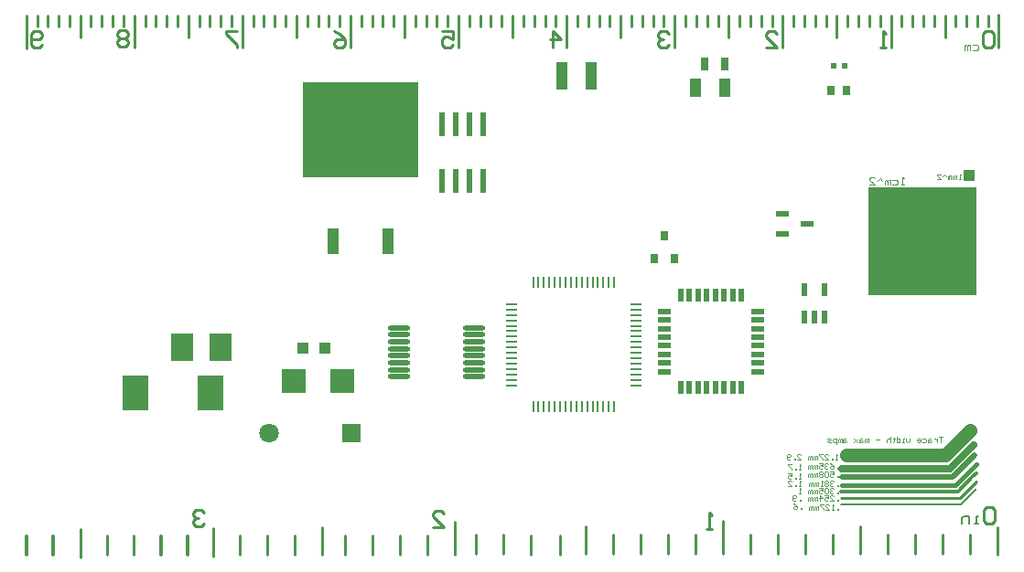
<source format=gbl>
G04 Layer_Physical_Order=2*
G04 Layer_Color=11436288*
%FSLAX24Y24*%
%MOIN*%
G70*
G01*
G75*
%ADD10C,0.0100*%
%ADD762R,0.0709X0.0709*%
%ADD763C,0.0709*%
%ADD764R,0.0200X0.0500*%
%ADD765R,0.0453X0.0236*%
%ADD766R,0.0315X0.0354*%
%ADD767R,0.0945X0.1299*%
%ADD768R,0.0906X0.0906*%
%ADD769O,0.0827X0.0177*%
%ADD770R,0.0787X0.0984*%
%ADD771R,0.0413X0.0945*%
%ADD772R,0.4193X0.3504*%
%ADD773R,0.0394X0.0394*%
%ADD774R,0.0433X0.1024*%
%ADD775R,0.0433X0.0669*%
%ADD776R,0.0240X0.0870*%
%ADD777R,0.0087X0.0394*%
%ADD778R,0.0394X0.0087*%
%ADD779R,0.0315X0.0472*%
%ADD780R,0.0315X0.0354*%
%ADD781R,0.0236X0.0197*%
%ADD782R,0.0500X0.0220*%
%ADD783R,0.0220X0.0500*%
%ADD784C,0.0120*%
%ADD785C,0.0250*%
%ADD786C,0.0200*%
%ADD787C,0.0050*%
%ADD788C,0.0150*%
%ADD789C,0.0500*%
%ADD790C,0.0049*%
%ADD791C,0.0039*%
%ADD792C,0.0070*%
%ADD793R,0.0394X0.0394*%
%ADD794R,0.3937X0.3937*%
D10*
X45244Y10846D02*
X45244Y9843D01*
X44917Y29114D02*
Y29508D01*
X44524Y29114D02*
Y29508D01*
X44130Y29114D02*
Y29508D01*
X43736Y29114D02*
Y29508D01*
X43343Y28720D02*
Y29508D01*
X43244Y9863D02*
Y10563D01*
X42949Y29114D02*
Y29508D01*
X42555Y29114D02*
Y29508D01*
X42244Y9863D02*
Y10563D01*
X42161Y29114D02*
Y29508D01*
X41768Y29114D02*
Y29508D01*
X41244Y9863D02*
Y10563D01*
X41374Y28327D02*
Y29508D01*
X40980Y29114D02*
Y29508D01*
X40193Y29114D02*
Y29508D01*
X40587Y29114D02*
Y29508D01*
X39406Y28720D02*
Y29508D01*
X39799Y29114D02*
Y29508D01*
X39244Y9863D02*
Y10563D01*
X38618Y29114D02*
Y29508D01*
X39012Y29114D02*
Y29508D01*
X38244Y9863D02*
Y10563D01*
X37831Y29114D02*
Y29508D01*
X38224Y29114D02*
Y29508D01*
X37244Y9863D02*
Y10563D01*
X37437Y28327D02*
Y29508D01*
X37043Y29114D02*
Y29508D01*
X36256Y29114D02*
Y29508D01*
X36650Y29114D02*
Y29508D01*
X35469Y28720D02*
Y29508D01*
X35862Y29114D02*
Y29508D01*
X35244Y9863D02*
Y11063D01*
X34681Y29114D02*
Y29508D01*
X35075Y29114D02*
Y29508D01*
X34244Y9863D02*
Y10563D01*
X33894Y29114D02*
Y29508D01*
X34287Y29114D02*
Y29508D01*
X33244Y9863D02*
Y10563D01*
X33500Y28327D02*
Y29508D01*
X33106Y29114D02*
Y29508D01*
X32319Y29114D02*
Y29508D01*
X32713Y29114D02*
Y29508D01*
X31532Y28720D02*
Y29508D01*
X31925Y29114D02*
Y29508D01*
X31244Y9863D02*
Y10563D01*
X30744Y29114D02*
Y29508D01*
X31138Y29114D02*
Y29508D01*
X30244Y9863D02*
Y10563D01*
X29957Y29114D02*
Y29508D01*
X30350Y29114D02*
Y29508D01*
X29169Y29114D02*
Y29508D01*
X28382Y29114D02*
Y29508D01*
X27594Y28720D02*
Y29508D01*
X27244Y9863D02*
Y10563D01*
X26807Y29114D02*
Y29508D01*
X26244Y9863D02*
Y10563D01*
X26020Y29114D02*
Y29508D01*
X25232Y29114D02*
Y29508D01*
X24445Y29114D02*
Y29508D01*
X23264Y29114D02*
Y29508D01*
X23657Y28720D02*
Y29508D01*
X22476Y29114D02*
Y29508D01*
X22870Y29114D02*
Y29508D01*
X22083Y29114D02*
Y29508D01*
X21689Y28327D02*
Y29508D01*
X20902Y29114D02*
Y29508D01*
X21295Y29114D02*
Y29508D01*
X20114Y29114D02*
Y29508D01*
X20508Y29114D02*
Y29508D01*
X19327Y29114D02*
Y29508D01*
X19720Y28720D02*
Y29508D01*
X18539Y29114D02*
Y29508D01*
X18933Y29114D02*
Y29508D01*
X18146Y29114D02*
Y29508D01*
X17752Y28327D02*
Y29508D01*
X16965Y29114D02*
Y29508D01*
X17358Y29114D02*
Y29508D01*
X16177Y29114D02*
Y29508D01*
X16571Y29114D02*
Y29508D01*
X15390Y29114D02*
Y29508D01*
X15783Y28720D02*
Y29508D01*
X14602Y29114D02*
Y29508D01*
X14996Y29114D02*
Y29508D01*
X13815Y28327D02*
Y29508D01*
X14209Y29114D02*
Y29508D01*
X13421Y29114D02*
Y29508D01*
X13028Y29114D02*
Y29508D01*
X12634Y29114D02*
Y29508D01*
X12240Y29114D02*
Y29508D01*
X11846Y28720D02*
Y29508D01*
X43894Y11909D02*
X44484Y12500D01*
X41965Y11909D02*
X42555D01*
X44244Y9863D02*
Y10563D01*
X40244Y9863D02*
Y10863D01*
X36244Y9863D02*
Y10563D01*
X32244Y9863D02*
Y10563D01*
X29563Y28327D02*
Y29508D01*
X27988Y29114D02*
Y29508D01*
X28776Y29114D02*
Y29508D01*
X25626Y28327D02*
Y29508D01*
X26413Y29114D02*
Y29508D01*
X27201Y29114D02*
Y29508D01*
X24839Y29114D02*
Y29508D01*
X24051Y29114D02*
Y29508D01*
X42555Y11909D02*
X43894D01*
X39563D02*
X41965D01*
X10276Y29102D02*
Y29496D01*
X9882Y28315D02*
Y29496D01*
X11063Y29102D02*
Y29496D01*
X10669Y29102D02*
Y29496D01*
X11850Y28709D02*
Y29496D01*
X11457Y29102D02*
Y29496D01*
X45276Y29188D02*
Y29528D01*
X45276Y28339D02*
Y29188D01*
X21492Y9843D02*
Y10543D01*
X25492Y9843D02*
Y11043D01*
X22492Y9843D02*
Y10543D01*
X23492Y9843D02*
Y10543D01*
X24492Y9843D02*
Y10543D01*
X20669Y9843D02*
Y10843D01*
X19669Y9843D02*
Y10543D01*
X17669Y9843D02*
Y10543D01*
X18669Y9843D02*
Y10543D01*
X16701Y9771D02*
Y10471D01*
X16697Y9802D02*
Y10802D01*
X14780Y9823D02*
Y10523D01*
X14764Y9823D02*
Y10523D01*
X15748Y9823D02*
Y10523D01*
X15732Y9823D02*
Y10523D01*
X15728Y9823D02*
Y10523D01*
X30244Y9863D02*
Y10863D01*
X28248Y9843D02*
Y10543D01*
X29331Y9843D02*
Y10543D01*
X13776Y9823D02*
Y10523D01*
X13780Y9823D02*
Y10523D01*
X13795Y9823D02*
Y10523D01*
X12811Y9823D02*
Y10523D01*
X12827Y9823D02*
Y10523D01*
X11855Y9783D02*
Y10783D01*
X11859Y9751D02*
Y10451D01*
X9878Y9843D02*
Y10543D01*
X9862Y9843D02*
Y10543D01*
X10846Y9843D02*
Y10543D01*
X10831Y9843D02*
Y10543D01*
X10827Y9843D02*
Y10543D01*
X10449Y28450D02*
X10349Y28350D01*
X10149D01*
X10049Y28450D01*
Y28850D01*
X10149Y28950D01*
X10349D01*
X10449Y28850D01*
Y28750D01*
X10349Y28650D01*
X10049D01*
X41177Y28327D02*
X40977D01*
X41077D01*
Y28927D01*
X41177Y28827D01*
X29066Y28327D02*
Y28927D01*
X29366Y28627D01*
X28966D01*
X25029Y28927D02*
X25429D01*
Y28627D01*
X25229Y28727D01*
X25129D01*
X25029Y28627D01*
Y28427D01*
X25129Y28327D01*
X25329D01*
X25429Y28427D01*
X21092Y28927D02*
X21292Y28827D01*
X21492Y28627D01*
Y28427D01*
X21392Y28327D01*
X21192D01*
X21092Y28427D01*
Y28527D01*
X21192Y28627D01*
X21492D01*
X24699Y10827D02*
X25098D01*
X24699Y11227D01*
Y11327D01*
X24799Y11427D01*
X24998D01*
X25098Y11327D01*
X45114Y28827D02*
X45014Y28927D01*
X44814D01*
X44714Y28827D01*
Y28427D01*
X44814Y28327D01*
X45014D01*
X45114Y28427D01*
Y28827D01*
X33303D02*
X33203Y28927D01*
X33003D01*
X32903Y28827D01*
Y28727D01*
X33003Y28627D01*
X33103D01*
X33003D01*
X32903Y28527D01*
Y28427D01*
X33003Y28327D01*
X33203D01*
X33303Y28427D01*
X17555Y28927D02*
X17155D01*
Y28827D01*
X17555Y28427D01*
Y28327D01*
X13579Y28866D02*
X13479Y28966D01*
X13279D01*
X13179Y28866D01*
Y28766D01*
X13279Y28666D01*
X13179Y28566D01*
Y28466D01*
X13279Y28366D01*
X13479D01*
X13579Y28466D01*
Y28566D01*
X13479Y28666D01*
X13579Y28766D01*
Y28866D01*
X13479Y28666D02*
X13279D01*
X45154Y11475D02*
X45054Y11575D01*
X44854D01*
X44754Y11475D01*
Y11076D01*
X44854Y10976D01*
X45054D01*
X45154Y11076D01*
Y11475D01*
X34844Y10763D02*
X34644D01*
X34744D01*
Y11363D01*
X34844Y11263D01*
X36840Y28327D02*
X37240D01*
X36840Y28727D01*
Y28827D01*
X36940Y28927D01*
X37140D01*
X37240Y28827D01*
X16362Y11357D02*
X16262Y11456D01*
X16062D01*
X15962Y11357D01*
Y11257D01*
X16062Y11157D01*
X16162D01*
X16062D01*
X15962Y11057D01*
Y10957D01*
X16062Y10857D01*
X16262D01*
X16362Y10957D01*
D762*
X21709Y14256D02*
D03*
D763*
X18709D02*
D03*
D764*
X38961Y19520D02*
D03*
X38591Y18520D02*
D03*
X38211Y18520D02*
D03*
X38961D02*
D03*
X38211Y19520D02*
D03*
D765*
X37431Y21528D02*
D03*
Y22276D02*
D03*
X38317Y21902D02*
D03*
D766*
X33130Y21476D02*
D03*
X32756Y20650D02*
D03*
X33504D02*
D03*
D767*
X16581Y15736D02*
D03*
X13844D02*
D03*
D768*
X19626Y16154D02*
D03*
X21398D02*
D03*
D769*
X23468Y16325D02*
D03*
Y16581D02*
D03*
Y16837D02*
D03*
Y17093D02*
D03*
Y17348D02*
D03*
Y17604D02*
D03*
Y17860D02*
D03*
Y18116D02*
D03*
X26185Y16325D02*
D03*
Y16581D02*
D03*
Y16837D02*
D03*
Y17093D02*
D03*
Y17348D02*
D03*
Y17604D02*
D03*
Y17860D02*
D03*
Y18116D02*
D03*
D770*
X15549Y17406D02*
D03*
X16947D02*
D03*
D771*
X23059Y21268D02*
D03*
X21059D02*
D03*
D772*
X22059Y25343D02*
D03*
D773*
X19957Y17382D02*
D03*
X20744D02*
D03*
D774*
X30441Y27311D02*
D03*
X29378D02*
D03*
D775*
X35335Y26854D02*
D03*
X34272D02*
D03*
D776*
X26522Y23462D02*
D03*
X26022D02*
D03*
X25522D02*
D03*
X25022D02*
D03*
Y25522D02*
D03*
X25522D02*
D03*
X26022D02*
D03*
X26522D02*
D03*
D777*
X29917Y15232D02*
D03*
X29720D02*
D03*
X30311D02*
D03*
X30705D02*
D03*
X31098D02*
D03*
X30114D02*
D03*
X30508D02*
D03*
X30902D02*
D03*
X31295D02*
D03*
X29327D02*
D03*
X28933D02*
D03*
X28539D02*
D03*
X28342D02*
D03*
X28736D02*
D03*
X29130D02*
D03*
X29524D02*
D03*
X29720Y19760D02*
D03*
X29917D02*
D03*
X29327D02*
D03*
X28933D02*
D03*
X28539D02*
D03*
X29524D02*
D03*
X29130D02*
D03*
X28736D02*
D03*
X28342D02*
D03*
X30311D02*
D03*
X30705D02*
D03*
X31098D02*
D03*
X31295D02*
D03*
X30902D02*
D03*
X30508D02*
D03*
X30114D02*
D03*
D778*
X27555Y17398D02*
D03*
Y17594D02*
D03*
Y17004D02*
D03*
Y16610D02*
D03*
Y16217D02*
D03*
Y17201D02*
D03*
Y16807D02*
D03*
Y16413D02*
D03*
Y16020D02*
D03*
Y17988D02*
D03*
Y18382D02*
D03*
Y18776D02*
D03*
Y18972D02*
D03*
Y18579D02*
D03*
Y18185D02*
D03*
Y17791D02*
D03*
X32083Y17594D02*
D03*
Y17398D02*
D03*
Y17988D02*
D03*
Y18382D02*
D03*
Y18776D02*
D03*
Y17791D02*
D03*
Y18185D02*
D03*
Y18579D02*
D03*
Y18972D02*
D03*
Y17004D02*
D03*
Y16610D02*
D03*
Y16217D02*
D03*
Y16020D02*
D03*
Y16413D02*
D03*
Y16807D02*
D03*
Y17201D02*
D03*
D779*
X34606Y27736D02*
D03*
X35315D02*
D03*
D780*
X39748Y26783D02*
D03*
X39197D02*
D03*
D781*
X39307Y27665D02*
D03*
X39701D02*
D03*
D782*
X36513Y18717D02*
D03*
Y18402D02*
D03*
Y18087D02*
D03*
Y17772D02*
D03*
Y17457D02*
D03*
Y17142D02*
D03*
Y16827D02*
D03*
Y16512D02*
D03*
X33133D02*
D03*
Y16827D02*
D03*
Y17142D02*
D03*
Y17457D02*
D03*
Y17772D02*
D03*
Y18087D02*
D03*
Y18402D02*
D03*
Y18717D02*
D03*
D783*
X35925Y15924D02*
D03*
X35610D02*
D03*
X35295D02*
D03*
X34980D02*
D03*
X34665D02*
D03*
X34350D02*
D03*
X34035D02*
D03*
X33720D02*
D03*
Y19304D02*
D03*
X34035D02*
D03*
X34350D02*
D03*
X34665D02*
D03*
X34980D02*
D03*
X35295D02*
D03*
X35610D02*
D03*
X35925D02*
D03*
D784*
X44366Y12697D02*
X44484Y12815D01*
X43815Y12146D02*
X44366Y12697D01*
X39563Y12146D02*
X42083D01*
X43815D01*
D785*
X44378Y13850D02*
X44382D01*
X39602Y12981D02*
X43508D01*
X44378Y13850D01*
D786*
X44429Y13469D02*
Y13472D01*
X43616Y12656D02*
X44429Y13469D01*
X39602Y12656D02*
X43616D01*
D787*
X43933Y11673D02*
X44484Y12224D01*
X39563Y11673D02*
X43933D01*
D788*
X43735Y12381D02*
X44484Y13130D01*
X39602Y12381D02*
X43735D01*
D789*
X39760Y13457D02*
X39761Y13456D01*
X43353D01*
X44268Y14370D01*
D790*
X44366Y28445D02*
X44514D01*
X44563Y28396D01*
Y28297D01*
X44514Y28248D01*
X44366D01*
X44268D02*
Y28445D01*
X44219D01*
X44169Y28396D01*
Y28248D01*
Y28396D01*
X44120Y28445D01*
X44071Y28396D01*
Y28248D01*
X41846Y23327D02*
X41755D01*
X41801D01*
Y23602D01*
X41846Y23556D01*
X41433Y23510D02*
X41571D01*
X41617Y23465D01*
Y23373D01*
X41571Y23327D01*
X41433D01*
X41341D02*
Y23510D01*
X41295D01*
X41250Y23465D01*
Y23327D01*
Y23465D01*
X41204Y23510D01*
X41158Y23465D01*
Y23327D01*
X41066Y23465D02*
X40974Y23556D01*
X40882Y23465D01*
X40607Y23327D02*
X40790D01*
X40607Y23510D01*
Y23556D01*
X40653Y23602D01*
X40744D01*
X40790Y23556D01*
D791*
X38110Y11492D02*
Y11525D01*
X38077D01*
Y11492D01*
X38110D01*
X37815Y11689D02*
X37881Y11656D01*
X37946Y11591D01*
Y11525D01*
X37913Y11492D01*
X37848D01*
X37815Y11525D01*
Y11558D01*
X37848Y11591D01*
X37946D01*
X38102Y12071D02*
X38037D01*
X38070D01*
Y12268D01*
X38102Y12235D01*
Y11811D02*
Y11844D01*
X38070D01*
Y11811D01*
X38102D01*
X37938Y11844D02*
X37906Y11811D01*
X37840D01*
X37807Y11844D01*
Y11975D01*
X37840Y12008D01*
X37906D01*
X37938Y11975D01*
Y11942D01*
X37906Y11909D01*
X37807D01*
X39445Y11476D02*
Y11509D01*
X39412D01*
Y11476D01*
X39445D01*
X39281D02*
X39215D01*
X39248D01*
Y11673D01*
X39281Y11640D01*
X38986Y11476D02*
X39117D01*
X38986Y11608D01*
Y11640D01*
X39019Y11673D01*
X39084D01*
X39117Y11640D01*
X38920Y11673D02*
X38789D01*
Y11640D01*
X38920Y11509D01*
Y11476D01*
X38723D02*
Y11608D01*
X38691D01*
X38658Y11575D01*
Y11476D01*
Y11575D01*
X38625Y11608D01*
X38592Y11575D01*
Y11476D01*
X38527D02*
Y11608D01*
X38494D01*
X38461Y11575D01*
Y11476D01*
Y11575D01*
X38428Y11608D01*
X38395Y11575D01*
Y11476D01*
X39445Y12067D02*
Y12100D01*
X39412D01*
Y12067D01*
X39445D01*
X39281Y12231D02*
X39248Y12264D01*
X39183D01*
X39150Y12231D01*
Y12198D01*
X39183Y12165D01*
X39215D01*
X39183D01*
X39150Y12133D01*
Y12100D01*
X39183Y12067D01*
X39248D01*
X39281Y12100D01*
X39084Y12231D02*
X39051Y12264D01*
X38986D01*
X38953Y12231D01*
Y12100D01*
X38986Y12067D01*
X39051D01*
X39084Y12100D01*
Y12231D01*
X38756Y12264D02*
X38887D01*
Y12165D01*
X38822Y12198D01*
X38789D01*
X38756Y12165D01*
Y12100D01*
X38789Y12067D01*
X38855D01*
X38887Y12100D01*
X38691Y12067D02*
Y12198D01*
X38658D01*
X38625Y12165D01*
Y12067D01*
Y12165D01*
X38592Y12198D01*
X38559Y12165D01*
Y12067D01*
X38494D02*
Y12198D01*
X38461D01*
X38428Y12165D01*
Y12067D01*
Y12165D01*
X38395Y12198D01*
X38363Y12165D01*
Y12067D01*
X39445Y12657D02*
Y12690D01*
X39412D01*
Y12657D01*
X39445D01*
X39150Y12854D02*
X39281D01*
Y12756D01*
X39215Y12789D01*
X39183D01*
X39150Y12756D01*
Y12690D01*
X39183Y12657D01*
X39248D01*
X39281Y12690D01*
X39084Y12821D02*
X39051Y12854D01*
X38986D01*
X38953Y12821D01*
Y12690D01*
X38986Y12657D01*
X39051D01*
X39084Y12690D01*
Y12821D01*
X38887D02*
X38855Y12854D01*
X38789D01*
X38756Y12821D01*
Y12789D01*
X38789Y12756D01*
X38756Y12723D01*
Y12690D01*
X38789Y12657D01*
X38855D01*
X38887Y12690D01*
Y12723D01*
X38855Y12756D01*
X38887Y12789D01*
Y12821D01*
X38855Y12756D02*
X38789D01*
X38691Y12657D02*
Y12789D01*
X38658D01*
X38625Y12756D01*
Y12657D01*
Y12756D01*
X38592Y12789D01*
X38559Y12756D01*
Y12657D01*
X38494D02*
Y12789D01*
X38461D01*
X38428Y12756D01*
Y12657D01*
Y12756D01*
X38395Y12789D01*
X38363Y12756D01*
Y12657D01*
X39445Y12972D02*
Y13005D01*
X39412D01*
Y12972D01*
X39445D01*
X39150Y13169D02*
X39215Y13136D01*
X39281Y13071D01*
Y13005D01*
X39248Y12972D01*
X39183D01*
X39150Y13005D01*
Y13038D01*
X39183Y13071D01*
X39281D01*
X39084Y13136D02*
X39051Y13169D01*
X38986D01*
X38953Y13136D01*
Y13104D01*
X38986Y13071D01*
X39019D01*
X38986D01*
X38953Y13038D01*
Y13005D01*
X38986Y12972D01*
X39051D01*
X39084Y13005D01*
X38756Y13169D02*
X38887D01*
Y13071D01*
X38822Y13104D01*
X38789D01*
X38756Y13071D01*
Y13005D01*
X38789Y12972D01*
X38855D01*
X38887Y13005D01*
X38691Y12972D02*
Y13104D01*
X38658D01*
X38625Y13071D01*
Y12972D01*
Y13071D01*
X38592Y13104D01*
X38559Y13071D01*
Y12972D01*
X38494D02*
Y13104D01*
X38461D01*
X38428Y13071D01*
Y12972D01*
Y13071D01*
X38395Y13104D01*
X38363Y13071D01*
Y12972D01*
X38087Y12945D02*
X38021D01*
X38054D01*
Y13142D01*
X38087Y13109D01*
X37923Y12945D02*
Y12978D01*
X37890D01*
Y12945D01*
X37923D01*
X37759Y13142D02*
X37627D01*
Y13109D01*
X37759Y12978D01*
Y12945D01*
X39445Y11791D02*
Y11824D01*
X39412D01*
Y11791D01*
X39445D01*
X39150D02*
X39281D01*
X39150Y11923D01*
Y11955D01*
X39183Y11988D01*
X39248D01*
X39281Y11955D01*
X38953Y11988D02*
X39084D01*
Y11890D01*
X39019Y11923D01*
X38986D01*
X38953Y11890D01*
Y11824D01*
X38986Y11791D01*
X39051D01*
X39084Y11824D01*
X38789Y11791D02*
Y11988D01*
X38887Y11890D01*
X38756D01*
X38691Y11791D02*
Y11923D01*
X38658D01*
X38625Y11890D01*
Y11791D01*
Y11890D01*
X38592Y11923D01*
X38559Y11890D01*
Y11791D01*
X38494D02*
Y11923D01*
X38461D01*
X38428Y11890D01*
Y11791D01*
Y11890D01*
X38395Y11923D01*
X38363Y11890D01*
Y11791D01*
X39445Y12343D02*
Y12375D01*
X39412D01*
Y12343D01*
X39445D01*
X39281Y12507D02*
X39248Y12539D01*
X39183D01*
X39150Y12507D01*
Y12474D01*
X39183Y12441D01*
X39215D01*
X39183D01*
X39150Y12408D01*
Y12375D01*
X39183Y12343D01*
X39248D01*
X39281Y12375D01*
X39084Y12507D02*
X39051Y12539D01*
X38986D01*
X38953Y12507D01*
Y12474D01*
X38986Y12441D01*
X38953Y12408D01*
Y12375D01*
X38986Y12343D01*
X39051D01*
X39084Y12375D01*
Y12408D01*
X39051Y12441D01*
X39084Y12474D01*
Y12507D01*
X39051Y12441D02*
X38986D01*
X38887Y12343D02*
X38822D01*
X38855D01*
Y12539D01*
X38887Y12507D01*
X38723Y12343D02*
Y12474D01*
X38691D01*
X38658Y12441D01*
Y12343D01*
Y12441D01*
X38625Y12474D01*
X38592Y12441D01*
Y12343D01*
X38527D02*
Y12474D01*
X38494D01*
X38461Y12441D01*
Y12343D01*
Y12441D01*
X38428Y12474D01*
X38395Y12441D01*
Y12343D01*
X39413Y13319D02*
X39348D01*
X39381D01*
Y13516D01*
X39413Y13483D01*
X39249Y13319D02*
Y13352D01*
X39217D01*
Y13319D01*
X39249D01*
X38954D02*
X39085D01*
X38954Y13450D01*
Y13483D01*
X38987Y13516D01*
X39053D01*
X39085Y13483D01*
X38889Y13516D02*
X38757D01*
Y13483D01*
X38889Y13352D01*
Y13319D01*
X38692D02*
Y13450D01*
X38659D01*
X38626Y13417D01*
Y13319D01*
Y13417D01*
X38593Y13450D01*
X38561Y13417D01*
Y13319D01*
X38495D02*
Y13450D01*
X38462D01*
X38429Y13417D01*
Y13319D01*
Y13417D01*
X38397Y13450D01*
X38364Y13417D01*
Y13319D01*
X38098Y12339D02*
X38033D01*
X38066D01*
Y12535D01*
X38098Y12503D01*
X37934Y12339D02*
Y12371D01*
X37902D01*
Y12339D01*
X37934D01*
X37639D02*
X37770D01*
X37639Y12470D01*
Y12503D01*
X37672Y12535D01*
X37738D01*
X37770Y12503D01*
X38094Y12606D02*
X38029D01*
X38062D01*
Y12803D01*
X38094Y12770D01*
X37931Y12606D02*
Y12639D01*
X37898D01*
Y12606D01*
X37931D01*
X37635Y12803D02*
X37767D01*
Y12705D01*
X37701Y12737D01*
X37668D01*
X37635Y12705D01*
Y12639D01*
X37668Y12606D01*
X37734D01*
X37767Y12639D01*
X37963Y13315D02*
X38094D01*
X37963Y13446D01*
Y13479D01*
X37996Y13512D01*
X38062D01*
X38094Y13479D01*
X37898Y13315D02*
Y13348D01*
X37865D01*
Y13315D01*
X37898D01*
X37734Y13348D02*
X37701Y13315D01*
X37635D01*
X37603Y13348D01*
Y13479D01*
X37635Y13512D01*
X37701D01*
X37734Y13479D01*
Y13446D01*
X37701Y13413D01*
X37603D01*
X43933Y23524D02*
X43867D01*
X43900D01*
Y23720D01*
X43933Y23688D01*
X43769Y23524D02*
Y23655D01*
X43736D01*
X43703Y23622D01*
Y23524D01*
Y23622D01*
X43671Y23655D01*
X43638Y23622D01*
Y23524D01*
X43572D02*
Y23655D01*
X43540D01*
X43507Y23622D01*
Y23524D01*
Y23622D01*
X43474Y23655D01*
X43441Y23622D01*
Y23524D01*
X43376Y23622D02*
X43310Y23688D01*
X43244Y23622D01*
X43048Y23524D02*
X43179D01*
X43048Y23655D01*
Y23688D01*
X43080Y23720D01*
X43146D01*
X43179Y23688D01*
X43248Y14146D02*
X43117D01*
X43182D01*
Y13949D01*
X43051Y14080D02*
Y13949D01*
Y14014D01*
X43018Y14047D01*
X42986Y14080D01*
X42953D01*
X42822D02*
X42756D01*
X42723Y14047D01*
Y13949D01*
X42822D01*
X42854Y13982D01*
X42822Y14014D01*
X42723D01*
X42526Y14080D02*
X42625D01*
X42658Y14047D01*
Y13982D01*
X42625Y13949D01*
X42526D01*
X42362D02*
X42428D01*
X42461Y13982D01*
Y14047D01*
X42428Y14080D01*
X42362D01*
X42330Y14047D01*
Y14014D01*
X42461D01*
X42067Y14080D02*
Y13982D01*
X42035Y13949D01*
X42002Y13982D01*
X41969Y13949D01*
X41936Y13982D01*
Y14080D01*
X41871Y13949D02*
X41805D01*
X41838D01*
Y14080D01*
X41871D01*
X41575Y14146D02*
Y13949D01*
X41674D01*
X41707Y13982D01*
Y14047D01*
X41674Y14080D01*
X41575D01*
X41477Y14113D02*
Y14080D01*
X41510D01*
X41444D01*
X41477D01*
Y13982D01*
X41444Y13949D01*
X41346Y14146D02*
Y13949D01*
Y14047D01*
X41313Y14080D01*
X41247D01*
X41215Y14047D01*
Y13949D01*
X40952Y14047D02*
X40821D01*
X40559Y13949D02*
Y14080D01*
X40526D01*
X40493Y14047D01*
Y13949D01*
Y14047D01*
X40460Y14080D01*
X40427Y14047D01*
Y13949D01*
X40329Y14080D02*
X40263D01*
X40231Y14047D01*
Y13949D01*
X40329D01*
X40362Y13982D01*
X40329Y14014D01*
X40231D01*
X40165Y14080D02*
X40034Y13949D01*
X40099Y14014D01*
X40034Y14080D01*
X40165Y13949D01*
X39739Y14080D02*
X39673D01*
X39640Y14047D01*
Y13949D01*
X39739D01*
X39771Y13982D01*
X39739Y14014D01*
X39640D01*
X39575Y13949D02*
Y14080D01*
X39542D01*
X39509Y14047D01*
Y13949D01*
Y14047D01*
X39476Y14080D01*
X39444Y14047D01*
Y13949D01*
X39378Y13883D02*
Y14080D01*
X39280D01*
X39247Y14047D01*
Y13982D01*
X39280Y13949D01*
X39378D01*
X39181D02*
X39083D01*
X39050Y13982D01*
X39083Y14014D01*
X39148D01*
X39181Y14047D01*
X39148Y14080D01*
X39050D01*
D792*
X44554Y10976D02*
X44422D01*
X44488D01*
Y11238D01*
X44554D01*
X44226Y10976D02*
Y11238D01*
X44029D01*
X43963Y11172D01*
Y10976D01*
D793*
X44209Y23681D02*
D03*
D794*
X42516Y21280D02*
D03*
M02*

</source>
